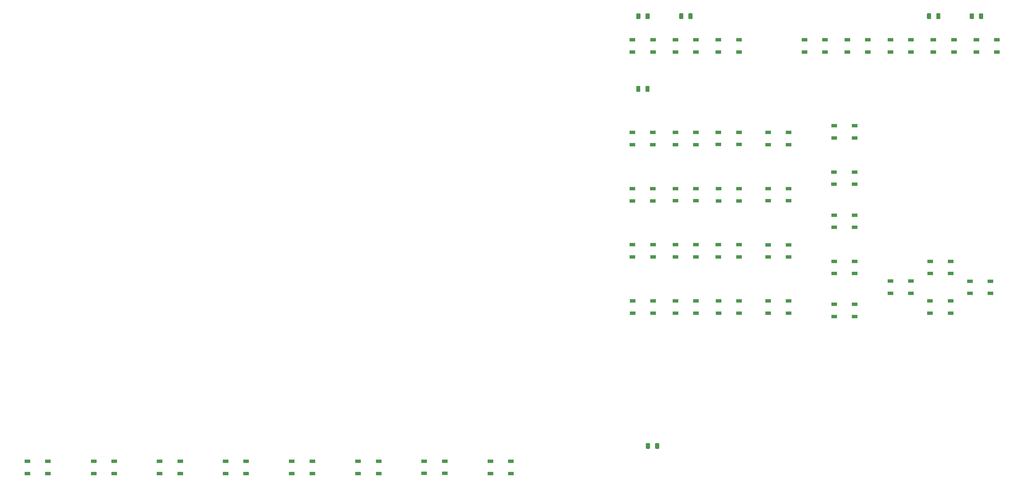
<source format=gbr>
%TF.GenerationSoftware,KiCad,Pcbnew,(5.1.8)-1*%
%TF.CreationDate,2021-02-13T16:04:11+01:00*%
%TF.ProjectId,UPL_Keyboard,55504c5f-4b65-4796-926f-6172642e6b69,2*%
%TF.SameCoordinates,Original*%
%TF.FileFunction,Paste,Top*%
%TF.FilePolarity,Positive*%
%FSLAX46Y46*%
G04 Gerber Fmt 4.6, Leading zero omitted, Abs format (unit mm)*
G04 Created by KiCad (PCBNEW (5.1.8)-1) date 2021-02-13 16:04:11*
%MOMM*%
%LPD*%
G01*
G04 APERTURE LIST*
%ADD10R,1.800000X1.100000*%
G04 APERTURE END LIST*
D10*
%TO.C,SW40*%
X179060000Y-214950000D03*
X185260000Y-214950000D03*
X179060000Y-218650000D03*
X185260000Y-218650000D03*
%TD*%
%TO.C,SW41*%
X199060000Y-214970000D03*
X205260000Y-214970000D03*
X199060000Y-218670000D03*
X205260000Y-218670000D03*
%TD*%
%TO.C,SW39*%
X159080000Y-215010000D03*
X165280000Y-215010000D03*
X159080000Y-218710000D03*
X165280000Y-218710000D03*
%TD*%
%TO.C,SW38*%
X139000000Y-214990000D03*
X145200000Y-214990000D03*
X139000000Y-218690000D03*
X145200000Y-218690000D03*
%TD*%
%TO.C,SW37*%
X119010000Y-214990000D03*
X125210000Y-214990000D03*
X119010000Y-218690000D03*
X125210000Y-218690000D03*
%TD*%
%TO.C,SW36*%
X99050000Y-215000000D03*
X105250000Y-215000000D03*
X99050000Y-218700000D03*
X105250000Y-218700000D03*
%TD*%
%TO.C,SW35*%
X79100000Y-215000000D03*
X85300000Y-215000000D03*
X79100000Y-218700000D03*
X85300000Y-218700000D03*
%TD*%
%TO.C,SW34*%
X59030000Y-214980000D03*
X65230000Y-214980000D03*
X59030000Y-218680000D03*
X65230000Y-218680000D03*
%TD*%
%TO.C,SW33*%
X332040000Y-166490000D03*
X338240000Y-166490000D03*
X332040000Y-170190000D03*
X338240000Y-170190000D03*
%TD*%
%TO.C,SW32*%
X332060000Y-154510000D03*
X338260000Y-154510000D03*
X332060000Y-158210000D03*
X338260000Y-158210000D03*
%TD*%
%TO.C,SW31*%
X344090000Y-160500000D03*
X350290000Y-160500000D03*
X344090000Y-164200000D03*
X350290000Y-164200000D03*
%TD*%
%TO.C,SW30*%
X320050000Y-160470000D03*
X326250000Y-160470000D03*
X320050000Y-164170000D03*
X326250000Y-164170000D03*
%TD*%
%TO.C,SW29*%
X283070000Y-166480000D03*
X289270000Y-166480000D03*
X283070000Y-170180000D03*
X289270000Y-170180000D03*
%TD*%
%TO.C,SW28*%
X268080000Y-166490000D03*
X274280000Y-166490000D03*
X268080000Y-170190000D03*
X274280000Y-170190000D03*
%TD*%
%TO.C,SW27*%
X255050000Y-166500000D03*
X261250000Y-166500000D03*
X255050000Y-170200000D03*
X261250000Y-170200000D03*
%TD*%
%TO.C,SW26*%
X242090000Y-166490000D03*
X248290000Y-166490000D03*
X242090000Y-170190000D03*
X248290000Y-170190000D03*
%TD*%
%TO.C,SW25*%
X303080000Y-167500000D03*
X309280000Y-167500000D03*
X303080000Y-171200000D03*
X309280000Y-171200000D03*
%TD*%
%TO.C,SW24*%
X283050000Y-149500000D03*
X289250000Y-149500000D03*
X283050000Y-153200000D03*
X289250000Y-153200000D03*
%TD*%
%TO.C,SW23*%
X268040000Y-149490000D03*
X274240000Y-149490000D03*
X268040000Y-153190000D03*
X274240000Y-153190000D03*
%TD*%
%TO.C,SW22*%
X255050000Y-149490000D03*
X261250000Y-149490000D03*
X255050000Y-153190000D03*
X261250000Y-153190000D03*
%TD*%
%TO.C,SW21*%
X242050000Y-149480000D03*
X248250000Y-149480000D03*
X242050000Y-153180000D03*
X248250000Y-153180000D03*
%TD*%
%TO.C,SW20*%
X303040000Y-154500000D03*
X309240000Y-154500000D03*
X303040000Y-158200000D03*
X309240000Y-158200000D03*
%TD*%
%TO.C,SW19*%
X303080000Y-140520000D03*
X309280000Y-140520000D03*
X303080000Y-144220000D03*
X309280000Y-144220000D03*
%TD*%
%TO.C,SW18*%
X283060000Y-132490000D03*
X289260000Y-132490000D03*
X283060000Y-136190000D03*
X289260000Y-136190000D03*
%TD*%
%TO.C,SW17*%
X268060000Y-132500000D03*
X274260000Y-132500000D03*
X268060000Y-136200000D03*
X274260000Y-136200000D03*
%TD*%
%TO.C,SW16*%
X255060000Y-132490000D03*
X261260000Y-132490000D03*
X255060000Y-136190000D03*
X261260000Y-136190000D03*
%TD*%
%TO.C,SW15*%
X242030000Y-132500000D03*
X248230000Y-132500000D03*
X242030000Y-136200000D03*
X248230000Y-136200000D03*
%TD*%
%TO.C,SW14*%
X303010000Y-127480000D03*
X309210000Y-127480000D03*
X303010000Y-131180000D03*
X309210000Y-131180000D03*
%TD*%
%TO.C,SW13*%
X303060000Y-113470000D03*
X309260000Y-113470000D03*
X303060000Y-117170000D03*
X309260000Y-117170000D03*
%TD*%
%TO.C,SW12*%
X283060000Y-115490000D03*
X289260000Y-115490000D03*
X283060000Y-119190000D03*
X289260000Y-119190000D03*
%TD*%
%TO.C,SW11*%
X268040000Y-115470000D03*
X274240000Y-115470000D03*
X268040000Y-119170000D03*
X274240000Y-119170000D03*
%TD*%
%TO.C,SW10*%
X255040000Y-115480000D03*
X261240000Y-115480000D03*
X255040000Y-119180000D03*
X261240000Y-119180000D03*
%TD*%
%TO.C,SW9*%
X242030000Y-115490000D03*
X248230000Y-115490000D03*
X242030000Y-119190000D03*
X248230000Y-119190000D03*
%TD*%
%TO.C,SW8*%
X346040000Y-87490000D03*
X352240000Y-87490000D03*
X346040000Y-91190000D03*
X352240000Y-91190000D03*
%TD*%
%TO.C,SW7*%
X333070000Y-87480000D03*
X339270000Y-87480000D03*
X333070000Y-91180000D03*
X339270000Y-91180000D03*
%TD*%
%TO.C,SW6*%
X320050000Y-87490000D03*
X326250000Y-87490000D03*
X320050000Y-91190000D03*
X326250000Y-91190000D03*
%TD*%
%TO.C,SW5*%
X307040000Y-87510000D03*
X313240000Y-87510000D03*
X307040000Y-91210000D03*
X313240000Y-91210000D03*
%TD*%
%TO.C,SW4*%
X294050000Y-87500000D03*
X300250000Y-87500000D03*
X294050000Y-91200000D03*
X300250000Y-91200000D03*
%TD*%
%TO.C,SW3*%
X268050000Y-87510000D03*
X274250000Y-87510000D03*
X268050000Y-91210000D03*
X274250000Y-91210000D03*
%TD*%
%TO.C,SW2*%
X255040000Y-87480000D03*
X261240000Y-87480000D03*
X255040000Y-91180000D03*
X261240000Y-91180000D03*
%TD*%
%TO.C,SW1*%
X242050000Y-87500000D03*
X248250000Y-87500000D03*
X242050000Y-91200000D03*
X248250000Y-91200000D03*
%TD*%
%TO.C,LED_START1*%
G36*
G01*
X245985000Y-80975000D02*
X245985000Y-79725000D01*
G75*
G02*
X246235000Y-79475000I250000J0D01*
G01*
X246985000Y-79475000D01*
G75*
G02*
X247235000Y-79725000I0J-250000D01*
G01*
X247235000Y-80975000D01*
G75*
G02*
X246985000Y-81225000I-250000J0D01*
G01*
X246235000Y-81225000D01*
G75*
G02*
X245985000Y-80975000I0J250000D01*
G01*
G37*
G36*
G01*
X243185000Y-80975000D02*
X243185000Y-79725000D01*
G75*
G02*
X243435000Y-79475000I250000J0D01*
G01*
X244185000Y-79475000D01*
G75*
G02*
X244435000Y-79725000I0J-250000D01*
G01*
X244435000Y-80975000D01*
G75*
G02*
X244185000Y-81225000I-250000J0D01*
G01*
X243435000Y-81225000D01*
G75*
G02*
X243185000Y-80975000I0J250000D01*
G01*
G37*
%TD*%
%TO.C,LED_SINGLE1*%
G36*
G01*
X258975000Y-80965000D02*
X258975000Y-79715000D01*
G75*
G02*
X259225000Y-79465000I250000J0D01*
G01*
X259975000Y-79465000D01*
G75*
G02*
X260225000Y-79715000I0J-250000D01*
G01*
X260225000Y-80965000D01*
G75*
G02*
X259975000Y-81215000I-250000J0D01*
G01*
X259225000Y-81215000D01*
G75*
G02*
X258975000Y-80965000I0J250000D01*
G01*
G37*
G36*
G01*
X256175000Y-80965000D02*
X256175000Y-79715000D01*
G75*
G02*
X256425000Y-79465000I250000J0D01*
G01*
X257175000Y-79465000D01*
G75*
G02*
X257425000Y-79715000I0J-250000D01*
G01*
X257425000Y-80965000D01*
G75*
G02*
X257175000Y-81215000I-250000J0D01*
G01*
X256425000Y-81215000D01*
G75*
G02*
X256175000Y-80965000I0J250000D01*
G01*
G37*
%TD*%
%TO.C,LED_REMOTE1*%
G36*
G01*
X346875000Y-80975000D02*
X346875000Y-79725000D01*
G75*
G02*
X347125000Y-79475000I250000J0D01*
G01*
X347875000Y-79475000D01*
G75*
G02*
X348125000Y-79725000I0J-250000D01*
G01*
X348125000Y-80975000D01*
G75*
G02*
X347875000Y-81225000I-250000J0D01*
G01*
X347125000Y-81225000D01*
G75*
G02*
X346875000Y-80975000I0J250000D01*
G01*
G37*
G36*
G01*
X344075000Y-80975000D02*
X344075000Y-79725000D01*
G75*
G02*
X344325000Y-79475000I250000J0D01*
G01*
X345075000Y-79475000D01*
G75*
G02*
X345325000Y-79725000I0J-250000D01*
G01*
X345325000Y-80975000D01*
G75*
G02*
X345075000Y-81225000I-250000J0D01*
G01*
X344325000Y-81225000D01*
G75*
G02*
X344075000Y-80975000I0J250000D01*
G01*
G37*
%TD*%
%TO.C,LED_OUTPUT1*%
G36*
G01*
X333925000Y-80965000D02*
X333925000Y-79715000D01*
G75*
G02*
X334175000Y-79465000I250000J0D01*
G01*
X334925000Y-79465000D01*
G75*
G02*
X335175000Y-79715000I0J-250000D01*
G01*
X335175000Y-80965000D01*
G75*
G02*
X334925000Y-81215000I-250000J0D01*
G01*
X334175000Y-81215000D01*
G75*
G02*
X333925000Y-80965000I0J250000D01*
G01*
G37*
G36*
G01*
X331125000Y-80965000D02*
X331125000Y-79715000D01*
G75*
G02*
X331375000Y-79465000I250000J0D01*
G01*
X332125000Y-79465000D01*
G75*
G02*
X332375000Y-79715000I0J-250000D01*
G01*
X332375000Y-80965000D01*
G75*
G02*
X332125000Y-81215000I-250000J0D01*
G01*
X331375000Y-81215000D01*
G75*
G02*
X331125000Y-80965000I0J250000D01*
G01*
G37*
%TD*%
%TO.C,LED_GEN_OVRLD1*%
G36*
G01*
X248895000Y-210975000D02*
X248895000Y-209725000D01*
G75*
G02*
X249145000Y-209475000I250000J0D01*
G01*
X249895000Y-209475000D01*
G75*
G02*
X250145000Y-209725000I0J-250000D01*
G01*
X250145000Y-210975000D01*
G75*
G02*
X249895000Y-211225000I-250000J0D01*
G01*
X249145000Y-211225000D01*
G75*
G02*
X248895000Y-210975000I0J250000D01*
G01*
G37*
G36*
G01*
X246095000Y-210975000D02*
X246095000Y-209725000D01*
G75*
G02*
X246345000Y-209475000I250000J0D01*
G01*
X247095000Y-209475000D01*
G75*
G02*
X247345000Y-209725000I0J-250000D01*
G01*
X247345000Y-210975000D01*
G75*
G02*
X247095000Y-211225000I-250000J0D01*
G01*
X246345000Y-211225000D01*
G75*
G02*
X246095000Y-210975000I0J250000D01*
G01*
G37*
%TD*%
%TO.C,LED_DATA1*%
G36*
G01*
X245965000Y-102975000D02*
X245965000Y-101725000D01*
G75*
G02*
X246215000Y-101475000I250000J0D01*
G01*
X246965000Y-101475000D01*
G75*
G02*
X247215000Y-101725000I0J-250000D01*
G01*
X247215000Y-102975000D01*
G75*
G02*
X246965000Y-103225000I-250000J0D01*
G01*
X246215000Y-103225000D01*
G75*
G02*
X245965000Y-102975000I0J250000D01*
G01*
G37*
G36*
G01*
X243165000Y-102975000D02*
X243165000Y-101725000D01*
G75*
G02*
X243415000Y-101475000I250000J0D01*
G01*
X244165000Y-101475000D01*
G75*
G02*
X244415000Y-101725000I0J-250000D01*
G01*
X244415000Y-102975000D01*
G75*
G02*
X244165000Y-103225000I-250000J0D01*
G01*
X243415000Y-103225000D01*
G75*
G02*
X243165000Y-102975000I0J250000D01*
G01*
G37*
%TD*%
M02*

</source>
